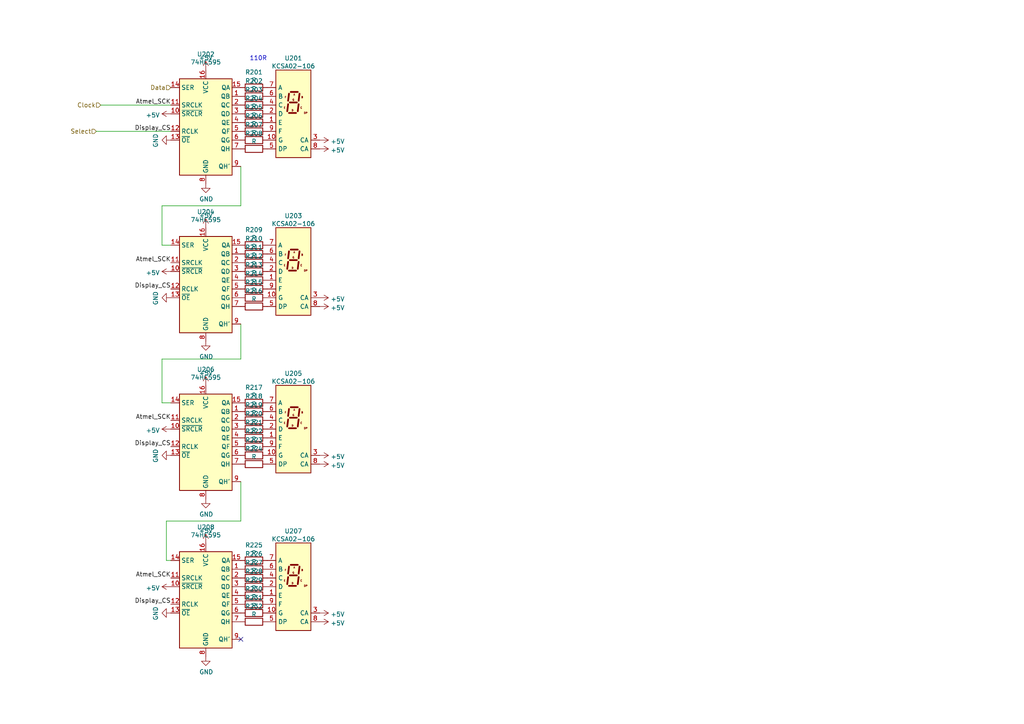
<source format=kicad_sch>
(kicad_sch (version 20210406) (generator eeschema)
  (paper "A4")
  (lib_symbols
    (symbol "74xx:74HC595"
      (property "Reference" "U" (at -7.62 13.97 0))
      (property "Value" "74HC595" (at -7.62 -16.51 0))
      (symbol "74HC595_1_0"
        (pin tri_state line (at 10.16 7.62 180) (length 2.54) (name "QB") (number "1"))
        (pin input line (at -10.16 2.54 0) (length 2.54) (name "~SRCLR") (number "10"))
        (pin input line (at -10.16 5.08 0) (length 2.54) (name "SRCLK") (number "11"))
        (pin input line (at -10.16 -2.54 0) (length 2.54) (name "RCLK") (number "12"))
        (pin input line (at -10.16 -5.08 0) (length 2.54) (name "~OE") (number "13"))
        (pin input line (at -10.16 10.16 0) (length 2.54) (name "SER") (number "14"))
        (pin tri_state line (at 10.16 10.16 180) (length 2.54) (name "QA") (number "15"))
        (pin power_in line (at 0 15.24 270) (length 2.54) (name "VCC") (number "16"))
        (pin tri_state line (at 10.16 5.08 180) (length 2.54) (name "QC") (number "2"))
        (pin tri_state line (at 10.16 2.54 180) (length 2.54) (name "QD") (number "3"))
        (pin tri_state line (at 10.16 0 180) (length 2.54) (name "QE") (number "4"))
        (pin tri_state line (at 10.16 -2.54 180) (length 2.54) (name "QF") (number "5"))
        (pin tri_state line (at 10.16 -5.08 180) (length 2.54) (name "QG") (number "6"))
        (pin tri_state line (at 10.16 -7.62 180) (length 2.54) (name "QH") (number "7"))
        (pin power_in line (at 0 -17.78 90) (length 2.54) (name "GND") (number "8"))
        (pin output line (at 10.16 -12.7 180) (length 2.54) (name "QH'") (number "9"))
      )
      (symbol "74HC595_1_1"
        (rectangle (start -7.62 12.7) (end 7.62 -15.24) (stroke (width 0.254)) (fill (type background)))
      )
    )
    (symbol "Device:R" (pin_numbers hide) (pin_names (offset 0))
      (property "Reference" "R" (at 2.032 0 90))
      (property "Value" "R" (at 0 0 90))
      (symbol "R_0_1"
        (rectangle (start -1.016 -2.54) (end 1.016 2.54) (stroke (width 0.254)))
      )
      (symbol "R_1_1"
        (pin passive line (at 0 3.81 270) (length 1.27) (name "~") (number "1"))
        (pin passive line (at 0 -3.81 90) (length 1.27) (name "~") (number "2"))
      )
    )
    (symbol "Display_Character:KCSA02-106" (pin_names (offset 0.635))
      (property "Reference" "U" (at -2.54 13.97 0))
      (property "Value" "KCSA02-106" (at 1.27 13.97 0))
      (symbol "KCSA02-106_0_0"
        (text "A" (at 0.254 5.588 0) (effects (font (size 0.508 0.508))))
        (text "B" (at 2.54 4.826 0) (effects (font (size 0.508 0.508))))
        (text "C" (at 2.286 1.778 0) (effects (font (size 0.508 0.508))))
        (text "D" (at -0.254 1.016 0) (effects (font (size 0.508 0.508))))
        (text "DP" (at 3.556 0.254 0) (effects (font (size 0.508 0.508))))
        (text "E" (at -2.54 1.778 0) (effects (font (size 0.508 0.508))))
        (text "F" (at -2.286 4.826 0) (effects (font (size 0.508 0.508))))
        (text "G" (at 0 4.064 0) (effects (font (size 0.508 0.508))))
      )
      (symbol "KCSA02-106_0_1"
        (rectangle (start -5.08 12.7) (end 5.08 -12.7) (stroke (width 0.254)) (fill (type background)))
        (polyline (pts (xy -1.524 2.794) (xy -1.778 0.762)) (stroke (width 0.508)))
        (polyline (pts (xy -1.27 0.254) (xy 0.762 0.254)) (stroke (width 0.508)))
        (polyline (pts (xy -1.27 5.842) (xy -1.524 3.81)) (stroke (width 0.508)))
        (polyline (pts (xy -1.016 3.302) (xy 1.016 3.302)) (stroke (width 0.508)))
        (polyline (pts (xy -0.762 6.35) (xy 1.27 6.35)) (stroke (width 0.508)))
        (polyline (pts (xy 1.524 2.794) (xy 1.27 0.762)) (stroke (width 0.508)))
        (polyline (pts (xy 1.778 5.842) (xy 1.524 3.81)) (stroke (width 0.508)))
        (polyline (pts (xy 2.54 0.254) (xy 2.54 0.254)) (stroke (width 0.508)))
      )
      (symbol "KCSA02-106_1_1"
        (pin input line (at -7.62 -2.54 0) (length 2.54) (name "E") (number "1"))
        (pin input line (at -7.62 -7.62 0) (length 2.54) (name "G") (number "10"))
        (pin input line (at -7.62 0 0) (length 2.54) (name "D") (number "2"))
        (pin input line (at 7.62 -7.62 180) (length 2.54) (name "CA") (number "3"))
        (pin input line (at -7.62 2.54 0) (length 2.54) (name "C") (number "4"))
        (pin input line (at -7.62 -10.16 0) (length 2.54) (name "DP") (number "5"))
        (pin input line (at -7.62 5.08 0) (length 2.54) (name "B") (number "6"))
        (pin input line (at -7.62 7.62 0) (length 2.54) (name "A") (number "7"))
        (pin input line (at 7.62 -10.16 180) (length 2.54) (name "CA") (number "8"))
        (pin input line (at -7.62 -5.08 0) (length 2.54) (name "F") (number "9"))
      )
    )
    (symbol "power:+5V" (power) (pin_names (offset 0))
      (property "Value" "+5V" (at 0 3.556 0))
      (symbol "+5V_0_1"
        (polyline (pts (xy -0.762 1.27) (xy 0 2.54)))
        (polyline (pts (xy 0 0) (xy 0 2.54)))
        (polyline (pts (xy 0 2.54) (xy 0.762 1.27)))
      )
      (symbol "+5V_1_1"
        (pin power_in line (at 0 0 90) (length 0) hide (name "+5V") (number "1"))
      )
    )
    (symbol "power:GND" (power) (pin_names (offset 0))
      (property "Value" "GND" (at 0 -3.81 0))
      (symbol "GND_0_1"
        (polyline (pts (xy 0 0) (xy 0 -1.27) (xy 1.27 -1.27) (xy 0 -2.54) (xy -1.27 -1.27) (xy 0 -1.27)))
      )
      (symbol "GND_1_1"
        (pin power_in line (at 0 0 270) (length 0) hide (name "GND") (number "1"))
      )
    )
  )
  (no_connect (at 69.85 185.42))
  (wire (pts (xy 27.94 38.1) (xy 49.53 38.1)))
  (wire (pts (xy 46.99 59.69) (xy 46.99 71.12)))
  (wire (pts (xy 46.99 59.69) (xy 69.85 59.69)))
  (wire (pts (xy 46.99 71.12) (xy 49.53 71.12)))
  (wire (pts (xy 46.99 104.14) (xy 69.85 104.14)))
  (wire (pts (xy 46.99 116.84) (xy 46.99 104.14)))
  (wire (pts (xy 48.26 151.13) (xy 48.26 162.56)))
  (wire (pts (xy 48.26 162.56) (xy 49.53 162.56)))
  (wire (pts (xy 49.53 30.48) (xy 29.21 30.48)))
  (wire (pts (xy 49.53 116.84) (xy 46.99 116.84)))
  (wire (pts (xy 69.85 48.26) (xy 69.85 59.69)))
  (wire (pts (xy 69.85 104.14) (xy 69.85 93.98)))
  (wire (pts (xy 69.85 139.7) (xy 69.85 151.13)))
  (wire (pts (xy 69.85 151.13) (xy 48.26 151.13)))
  (text "110R" (at 77.47 17.78 180) (effects (font (size 1.27 1.27)) (justify right bottom)))
  (label "Atmel_SCK" (at 49.53 30.48 180))
  (label "Display_CS" (at 49.53 38.1 180))
  (label "Atmel_SCK" (at 49.53 76.2 180))
  (label "Display_CS" (at 49.53 83.82 180))
  (label "Atmel_SCK" (at 49.53 121.92 180))
  (label "Display_CS" (at 49.53 129.54 180))
  (label "Atmel_SCK" (at 49.53 167.64 180))
  (label "Display_CS" (at 49.53 175.26 180))
  (hierarchical_label "Select" (shape input) (at 27.94 38.1 180))
  (hierarchical_label "Clock" (shape input) (at 29.21 30.48 180))
  (hierarchical_label "Data" (shape input) (at 49.53 25.4 180))
  (symbol (lib_id "power:+5V") (at 49.53 33.02 90) (unit 1)
    (property "Reference" "#PWR0202" (effects hide))
    (property "Value" "+5V" (at 46.355 33.4085 90) (effects (justify left)))
  )
  (symbol (lib_id "power:+5V") (at 49.53 78.74 90) (unit 1)
    (property "Reference" "#PWR0208" (effects hide))
    (property "Value" "+5V" (at 46.355 79.1285 90) (effects (justify left)))
  )
  (symbol (lib_id "power:+5V") (at 49.53 124.46 90) (unit 1)
    (property "Reference" "#PWR0214" (effects hide))
    (property "Value" "+5V" (at 46.355 124.8485 90) (effects (justify left)))
  )
  (symbol (lib_id "power:+5V") (at 49.53 170.18 90) (unit 1)
    (property "Reference" "#PWR0220" (effects hide))
    (property "Value" "+5V" (at 46.355 170.5685 90) (effects (justify left)))
  )
  (symbol (lib_id "power:+5V") (at 59.69 20.32 0) (unit 1)
    (property "Reference" "#PWR0141" (effects hide))
    (property "Value" "+5V" (at 59.69 16.7726 0))
  )
  (symbol (lib_id "power:+5V") (at 59.69 66.04 0) (unit 1)
    (property "Reference" "#PWR0140" (effects hide))
    (property "Value" "+5V" (at 59.69 62.4926 0))
  )
  (symbol (lib_id "power:+5V") (at 59.69 111.76 0) (unit 1)
    (property "Reference" "#PWR0116" (effects hide))
    (property "Value" "+5V" (at 59.69 108.2126 0))
  )
  (symbol (lib_id "power:+5V") (at 59.69 157.48 0) (unit 1)
    (property "Reference" "#PWR0142" (effects hide))
    (property "Value" "+5V" (at 59.69 153.9326 0))
  )
  (symbol (lib_id "power:+5V") (at 92.71 40.64 270) (unit 1)
    (property "Reference" "#PWR0204" (effects hide))
    (property "Value" "+5V" (at 95.8851 41.0285 90) (effects (justify left)))
  )
  (symbol (lib_id "power:+5V") (at 92.71 43.18 270) (unit 1)
    (property "Reference" "#PWR0205" (effects hide))
    (property "Value" "+5V" (at 95.8851 43.5685 90) (effects (justify left)))
  )
  (symbol (lib_id "power:+5V") (at 92.71 86.36 270) (unit 1)
    (property "Reference" "#PWR0210" (effects hide))
    (property "Value" "+5V" (at 95.8851 86.7485 90) (effects (justify left)))
  )
  (symbol (lib_id "power:+5V") (at 92.71 88.9 270) (unit 1)
    (property "Reference" "#PWR0211" (effects hide))
    (property "Value" "+5V" (at 95.8851 89.2885 90) (effects (justify left)))
  )
  (symbol (lib_id "power:+5V") (at 92.71 132.08 270) (unit 1)
    (property "Reference" "#PWR0216" (effects hide))
    (property "Value" "+5V" (at 95.8851 132.4685 90) (effects (justify left)))
  )
  (symbol (lib_id "power:+5V") (at 92.71 134.62 270) (unit 1)
    (property "Reference" "#PWR0217" (effects hide))
    (property "Value" "+5V" (at 95.8851 135.0085 90) (effects (justify left)))
  )
  (symbol (lib_id "power:+5V") (at 92.71 177.8 270) (unit 1)
    (property "Reference" "#PWR0222" (effects hide))
    (property "Value" "+5V" (at 95.8851 178.1885 90) (effects (justify left)))
  )
  (symbol (lib_id "power:+5V") (at 92.71 180.34 270) (unit 1)
    (property "Reference" "#PWR0223" (effects hide))
    (property "Value" "+5V" (at 95.8851 180.7285 90) (effects (justify left)))
  )
  (symbol (lib_id "power:GND") (at 49.53 40.64 270) (unit 1)
    (property "Reference" "#PWR0203" (effects hide))
    (property "Value" "GND" (at 45.1358 40.767 0))
  )
  (symbol (lib_id "power:GND") (at 49.53 86.36 270) (unit 1)
    (property "Reference" "#PWR0209" (effects hide))
    (property "Value" "GND" (at 45.1358 86.487 0))
  )
  (symbol (lib_id "power:GND") (at 49.53 132.08 270) (unit 1)
    (property "Reference" "#PWR0215" (effects hide))
    (property "Value" "GND" (at 45.1358 132.207 0))
  )
  (symbol (lib_id "power:GND") (at 49.53 177.8 270) (unit 1)
    (property "Reference" "#PWR0221" (effects hide))
    (property "Value" "GND" (at 45.1358 177.927 0))
  )
  (symbol (lib_id "power:GND") (at 59.69 53.34 0) (unit 1)
    (property "Reference" "#PWR0206" (effects hide))
    (property "Value" "GND" (at 59.817 57.7342 0))
  )
  (symbol (lib_id "power:GND") (at 59.69 99.06 0) (unit 1)
    (property "Reference" "#PWR0212" (effects hide))
    (property "Value" "GND" (at 59.817 103.4542 0))
  )
  (symbol (lib_id "power:GND") (at 59.69 144.78 0) (unit 1)
    (property "Reference" "#PWR0218" (effects hide))
    (property "Value" "GND" (at 59.817 149.1742 0))
  )
  (symbol (lib_id "power:GND") (at 59.69 190.5 0) (unit 1)
    (property "Reference" "#PWR0224" (effects hide))
    (property "Value" "GND" (at 59.817 194.8942 0))
  )
  (symbol (lib_id "Device:R") (at 73.66 25.4 90) (unit 1)
    (property "Reference" "R201" (at 73.66 20.9508 90))
    (property "Value" "R" (at 73.66 23.2495 90))
    (property "Footprint" "Resistor_SMD:R_0805_2012Metric" (effects hide))
  )
  (symbol (lib_id "Device:R") (at 73.66 27.94 90) (unit 1)
    (property "Reference" "R202" (at 73.66 23.4908 90))
    (property "Value" "R" (at 73.66 25.7895 90))
    (property "Footprint" "Resistor_SMD:R_0805_2012Metric" (effects hide))
  )
  (symbol (lib_id "Device:R") (at 73.66 30.48 90) (unit 1)
    (property "Reference" "R203" (at 73.66 26.0308 90))
    (property "Value" "R" (at 73.66 28.3295 90))
    (property "Footprint" "Resistor_SMD:R_0805_2012Metric" (effects hide))
  )
  (symbol (lib_id "Device:R") (at 73.66 33.02 90) (unit 1)
    (property "Reference" "R204" (at 73.66 28.5708 90))
    (property "Value" "R" (at 73.66 30.8695 90))
    (property "Footprint" "Resistor_SMD:R_0805_2012Metric" (effects hide))
  )
  (symbol (lib_id "Device:R") (at 73.66 35.56 90) (unit 1)
    (property "Reference" "R205" (at 73.66 31.1108 90))
    (property "Value" "R" (at 73.66 33.4095 90))
    (property "Footprint" "Resistor_SMD:R_0805_2012Metric" (effects hide))
  )
  (symbol (lib_id "Device:R") (at 73.66 38.1 90) (unit 1)
    (property "Reference" "R206" (at 73.66 33.6508 90))
    (property "Value" "R" (at 73.66 35.9495 90))
    (property "Footprint" "Resistor_SMD:R_0805_2012Metric" (effects hide))
  )
  (symbol (lib_id "Device:R") (at 73.66 40.64 90) (unit 1)
    (property "Reference" "R207" (at 73.66 36.1908 90))
    (property "Value" "R" (at 73.66 38.4895 90))
    (property "Footprint" "Resistor_SMD:R_0805_2012Metric" (effects hide))
  )
  (symbol (lib_id "Device:R") (at 73.66 43.18 90) (unit 1)
    (property "Reference" "R208" (at 73.66 38.7308 90))
    (property "Value" "R" (at 73.66 41.0295 90))
    (property "Footprint" "Resistor_SMD:R_0805_2012Metric" (effects hide))
  )
  (symbol (lib_id "Device:R") (at 73.66 71.12 90) (unit 1)
    (property "Reference" "R209" (at 73.66 66.6708 90))
    (property "Value" "R" (at 73.66 68.9695 90))
    (property "Footprint" "Resistor_SMD:R_0805_2012Metric" (effects hide))
  )
  (symbol (lib_id "Device:R") (at 73.66 73.66 90) (unit 1)
    (property "Reference" "R210" (at 73.66 69.2108 90))
    (property "Value" "R" (at 73.66 71.5095 90))
    (property "Footprint" "Resistor_SMD:R_0805_2012Metric" (effects hide))
  )
  (symbol (lib_id "Device:R") (at 73.66 76.2 90) (unit 1)
    (property "Reference" "R211" (at 73.66 71.7508 90))
    (property "Value" "R" (at 73.66 74.0495 90))
    (property "Footprint" "Resistor_SMD:R_0805_2012Metric" (effects hide))
  )
  (symbol (lib_id "Device:R") (at 73.66 78.74 90) (unit 1)
    (property "Reference" "R212" (at 73.66 74.2908 90))
    (property "Value" "R" (at 73.66 76.5895 90))
    (property "Footprint" "Resistor_SMD:R_0805_2012Metric" (effects hide))
  )
  (symbol (lib_id "Device:R") (at 73.66 81.28 90) (unit 1)
    (property "Reference" "R213" (at 73.66 76.8308 90))
    (property "Value" "R" (at 73.66 79.1295 90))
    (property "Footprint" "Resistor_SMD:R_0805_2012Metric" (effects hide))
  )
  (symbol (lib_id "Device:R") (at 73.66 83.82 90) (unit 1)
    (property "Reference" "R214" (at 73.66 79.3708 90))
    (property "Value" "R" (at 73.66 81.6695 90))
    (property "Footprint" "Resistor_SMD:R_0805_2012Metric" (effects hide))
  )
  (symbol (lib_id "Device:R") (at 73.66 86.36 90) (unit 1)
    (property "Reference" "R215" (at 73.66 81.9108 90))
    (property "Value" "R" (at 73.66 84.2095 90))
    (property "Footprint" "Resistor_SMD:R_0805_2012Metric" (effects hide))
  )
  (symbol (lib_id "Device:R") (at 73.66 88.9 90) (unit 1)
    (property "Reference" "R216" (at 73.66 84.4508 90))
    (property "Value" "R" (at 73.66 86.7495 90))
    (property "Footprint" "Resistor_SMD:R_0805_2012Metric" (effects hide))
  )
  (symbol (lib_id "Device:R") (at 73.66 116.84 90) (unit 1)
    (property "Reference" "R217" (at 73.66 112.3908 90))
    (property "Value" "R" (at 73.66 114.6895 90))
    (property "Footprint" "Resistor_SMD:R_0805_2012Metric" (effects hide))
  )
  (symbol (lib_id "Device:R") (at 73.66 119.38 90) (unit 1)
    (property "Reference" "R218" (at 73.66 114.9308 90))
    (property "Value" "R" (at 73.66 117.2295 90))
    (property "Footprint" "Resistor_SMD:R_0805_2012Metric" (effects hide))
  )
  (symbol (lib_id "Device:R") (at 73.66 121.92 90) (unit 1)
    (property "Reference" "R219" (at 73.66 117.4708 90))
    (property "Value" "R" (at 73.66 119.7695 90))
    (property "Footprint" "Resistor_SMD:R_0805_2012Metric" (effects hide))
  )
  (symbol (lib_id "Device:R") (at 73.66 124.46 90) (unit 1)
    (property "Reference" "R220" (at 73.66 120.0108 90))
    (property "Value" "R" (at 73.66 122.3095 90))
    (property "Footprint" "Resistor_SMD:R_0805_2012Metric" (effects hide))
  )
  (symbol (lib_id "Device:R") (at 73.66 127 90) (unit 1)
    (property "Reference" "R221" (at 73.66 122.5508 90))
    (property "Value" "R" (at 73.66 124.8495 90))
    (property "Footprint" "Resistor_SMD:R_0805_2012Metric" (effects hide))
  )
  (symbol (lib_id "Device:R") (at 73.66 129.54 90) (unit 1)
    (property "Reference" "R222" (at 73.66 125.0908 90))
    (property "Value" "R" (at 73.66 127.3895 90))
    (property "Footprint" "Resistor_SMD:R_0805_2012Metric" (effects hide))
  )
  (symbol (lib_id "Device:R") (at 73.66 132.08 90) (unit 1)
    (property "Reference" "R223" (at 73.66 127.6308 90))
    (property "Value" "R" (at 73.66 129.9295 90))
    (property "Footprint" "Resistor_SMD:R_0805_2012Metric" (effects hide))
  )
  (symbol (lib_id "Device:R") (at 73.66 134.62 90) (unit 1)
    (property "Reference" "R224" (at 73.66 130.1708 90))
    (property "Value" "R" (at 73.66 132.4695 90))
    (property "Footprint" "Resistor_SMD:R_0805_2012Metric" (effects hide))
  )
  (symbol (lib_id "Device:R") (at 73.66 162.56 90) (unit 1)
    (property "Reference" "R225" (at 73.66 158.1108 90))
    (property "Value" "R" (at 73.66 160.4095 90))
    (property "Footprint" "Resistor_SMD:R_0805_2012Metric" (effects hide))
  )
  (symbol (lib_id "Device:R") (at 73.66 165.1 90) (unit 1)
    (property "Reference" "R226" (at 73.66 160.6508 90))
    (property "Value" "R" (at 73.66 162.9495 90))
    (property "Footprint" "Resistor_SMD:R_0805_2012Metric" (effects hide))
  )
  (symbol (lib_id "Device:R") (at 73.66 167.64 90) (unit 1)
    (property "Reference" "R227" (at 73.66 163.1908 90))
    (property "Value" "R" (at 73.66 165.4895 90))
    (property "Footprint" "Resistor_SMD:R_0805_2012Metric" (effects hide))
  )
  (symbol (lib_id "Device:R") (at 73.66 170.18 90) (unit 1)
    (property "Reference" "R228" (at 73.66 165.7308 90))
    (property "Value" "R" (at 73.66 168.0295 90))
    (property "Footprint" "Resistor_SMD:R_0805_2012Metric" (effects hide))
  )
  (symbol (lib_id "Device:R") (at 73.66 172.72 90) (unit 1)
    (property "Reference" "R229" (at 73.66 168.2708 90))
    (property "Value" "R" (at 73.66 170.5695 90))
    (property "Footprint" "Resistor_SMD:R_0805_2012Metric" (effects hide))
  )
  (symbol (lib_id "Device:R") (at 73.66 175.26 90) (unit 1)
    (property "Reference" "R230" (at 73.66 170.8108 90))
    (property "Value" "R" (at 73.66 173.1095 90))
    (property "Footprint" "Resistor_SMD:R_0805_2012Metric" (effects hide))
  )
  (symbol (lib_id "Device:R") (at 73.66 177.8 90) (unit 1)
    (property "Reference" "R231" (at 73.66 173.3508 90))
    (property "Value" "R" (at 73.66 175.6495 90))
    (property "Footprint" "Resistor_SMD:R_0805_2012Metric" (effects hide))
  )
  (symbol (lib_id "Device:R") (at 73.66 180.34 90) (unit 1)
    (property "Reference" "R232" (at 73.66 175.8908 90))
    (property "Value" "R" (at 73.66 178.1895 90))
    (property "Footprint" "Resistor_SMD:R_0805_2012Metric" (effects hide))
  )
  (symbol (lib_id "Display_Character:KCSA02-106") (at 85.09 33.02 0) (unit 1)
    (property "Reference" "U201" (at 85.09 16.8868 0))
    (property "Value" "KCSA02-106" (at 85.09 19.1855 0))
    (property "Footprint" "Display_7Segment:7SEGMENT-LED__HDSM531_HDSM533_SMD" (effects hide))
    (property "Datasheet" "http://www.kingbright.com/attachments/file/psearch/000/00/00/KCSA02-106(Ver.11A).pdf" (effects hide))
  )
  (symbol (lib_id "Display_Character:KCSA02-106") (at 85.09 78.74 0) (unit 1)
    (property "Reference" "U203" (at 85.09 62.6068 0))
    (property "Value" "KCSA02-106" (at 85.09 64.9055 0))
    (property "Footprint" "Display_7Segment:7SEGMENT-LED__HDSM531_HDSM533_SMD" (effects hide))
    (property "Datasheet" "http://www.kingbright.com/attachments/file/psearch/000/00/00/KCSA02-106(Ver.11A).pdf" (effects hide))
  )
  (symbol (lib_id "Display_Character:KCSA02-106") (at 85.09 124.46 0) (unit 1)
    (property "Reference" "U205" (at 85.09 108.3268 0))
    (property "Value" "KCSA02-106" (at 85.09 110.6255 0))
    (property "Footprint" "Display_7Segment:7SEGMENT-LED__HDSM531_HDSM533_SMD" (effects hide))
    (property "Datasheet" "http://www.kingbright.com/attachments/file/psearch/000/00/00/KCSA02-106(Ver.11A).pdf" (effects hide))
  )
  (symbol (lib_id "Display_Character:KCSA02-106") (at 85.09 170.18 0) (unit 1)
    (property "Reference" "U207" (at 85.09 154.0468 0))
    (property "Value" "KCSA02-106" (at 85.09 156.3455 0))
    (property "Footprint" "Display_7Segment:7SEGMENT-LED__HDSM531_HDSM533_SMD" (effects hide))
    (property "Datasheet" "http://www.kingbright.com/attachments/file/psearch/000/00/00/KCSA02-106(Ver.11A).pdf" (effects hide))
  )
  (symbol (lib_id "74xx:74HC595") (at 59.69 35.56 0) (unit 1)
    (property "Reference" "U202" (at 59.69 15.7226 0))
    (property "Value" "74HC595" (at 59.69 18.034 0))
    (property "Footprint" "Package_SO:SOIC-16_3.9x9.9mm_P1.27mm" (effects hide))
    (property "Datasheet" "http://www.ti.com/lit/ds/symlink/sn74hc595.pdf" (effects hide))
  )
  (symbol (lib_id "74xx:74HC595") (at 59.69 81.28 0) (unit 1)
    (property "Reference" "U204" (at 59.69 61.4426 0))
    (property "Value" "74HC595" (at 59.69 63.754 0))
    (property "Footprint" "Package_SO:SOIC-16_3.9x9.9mm_P1.27mm" (effects hide))
    (property "Datasheet" "http://www.ti.com/lit/ds/symlink/sn74hc595.pdf" (effects hide))
  )
  (symbol (lib_id "74xx:74HC595") (at 59.69 127 0) (unit 1)
    (property "Reference" "U206" (at 59.69 107.1626 0))
    (property "Value" "74HC595" (at 59.69 109.474 0))
    (property "Footprint" "Package_SO:SOIC-16_3.9x9.9mm_P1.27mm" (effects hide))
    (property "Datasheet" "http://www.ti.com/lit/ds/symlink/sn74hc595.pdf" (effects hide))
  )
  (symbol (lib_id "74xx:74HC595") (at 59.69 172.72 0) (unit 1)
    (property "Reference" "U208" (at 59.69 152.8826 0))
    (property "Value" "74HC595" (at 59.69 155.194 0))
    (property "Footprint" "Package_SO:SOIC-16_3.9x9.9mm_P1.27mm" (effects hide))
    (property "Datasheet" "http://www.ti.com/lit/ds/symlink/sn74hc595.pdf" (effects hide))
  )
)
</source>
